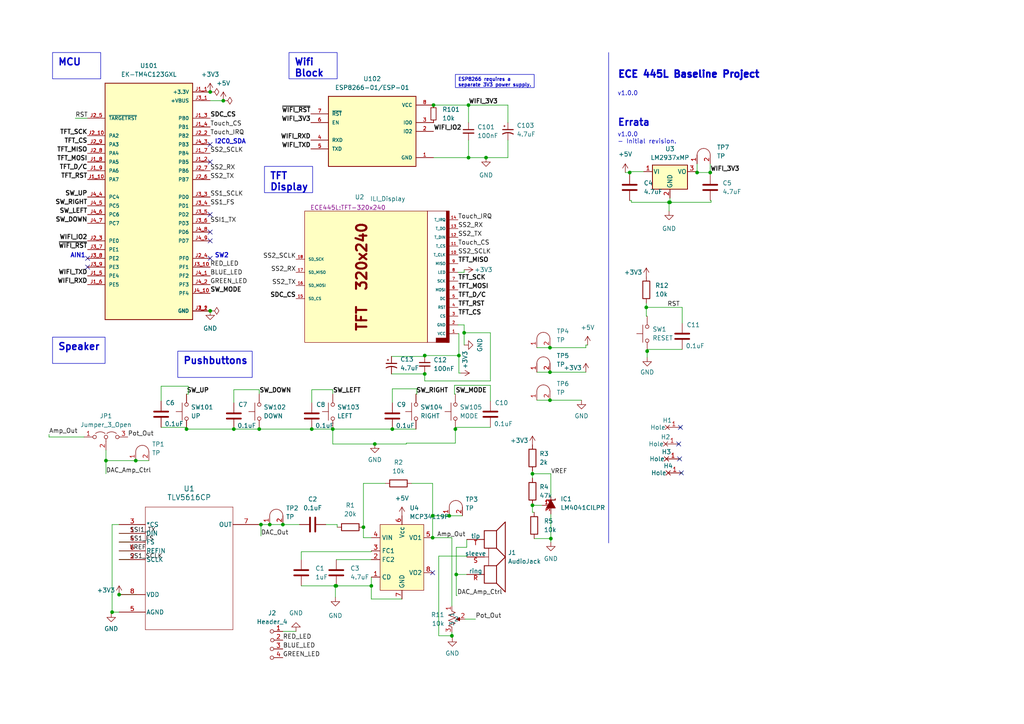
<source format=kicad_sch>
(kicad_sch (version 20230121) (generator eeschema)
  (paper "A4")
  (title_block (title "ECE 445L Baseline Project") (date "2023-12-11") (rev "v1.0.0") (company "The University of Texas at Austin"))
  (lib_symbols
    (symbol "Device:C" (pin_numbers hide) (pin_names (offset 0.254))
      (property "Reference" "C" (at 0.635 2.54 0))
      (property "Value" "C" (at 0.635 -2.54 0))
      (symbol "C_0_1"
        (polyline (pts (xy -2.032 -0.762) (xy 2.032 -0.762)) (stroke (width 0.508)))
        (polyline (pts (xy -2.032 0.762) (xy 2.032 0.762)) (stroke (width 0.508)))
      )
      (symbol "C_1_1"
        (pin passive line (at 0 3.81 270) (length 2.794) (name "~") (number "1"))
        (pin passive line (at 0 -3.81 90) (length 2.794) (name "~") (number "2"))
      )
    )
    (symbol "Device:C_Polarized_Small_US" (pin_numbers hide) (pin_names (offset 0.254) hide)
      (property "Reference" "C" (at 0.254 1.778 0))
      (property "Value" "C_Polarized_Small_US" (at 0.254 -2.032 0))
      (symbol "C_Polarized_Small_US_0_1"
        (polyline (pts (xy -1.524 0.508) (xy 1.524 0.508)) (stroke (width 0.3048)))
        (polyline (pts (xy -1.27 1.524) (xy -0.762 1.524)))
        (polyline (pts (xy -1.016 1.27) (xy -1.016 1.778)))
        (arc (start 1.524 -0.762) (mid 0 -0.3734) (end -1.524 -0.762) (stroke (width 0.3048)))
      )
      (symbol "C_Polarized_Small_US_1_1"
        (pin passive line (at 0 2.54 270) (length 2.032) (name "~") (number "1"))
        (pin passive line (at 0 -2.54 90) (length 2.032) (name "~") (number "2"))
      )
    )
    (symbol "Device:C_Small" (pin_numbers hide) (pin_names (offset 0.254) hide)
      (property "Reference" "C" (at 0.254 1.778 0))
      (property "Value" "C_Small" (at 0.254 -2.032 0))
      (symbol "C_Small_0_1"
        (polyline (pts (xy -1.524 -0.508) (xy 1.524 -0.508)) (stroke (width 0.3302)))
        (polyline (pts (xy -1.524 0.508) (xy 1.524 0.508)) (stroke (width 0.3048)))
      )
      (symbol "C_Small_1_1"
        (pin passive line (at 0 2.54 270) (length 2.032) (name "~") (number "1"))
        (pin passive line (at 0 -2.54 90) (length 2.032) (name "~") (number "2"))
      )
    )
    (symbol "Device:R" (pin_numbers hide) (pin_names (offset 0))
      (property "Reference" "R" (at 2.032 0 90))
      (property "Value" "R" (at 0 0 90))
      (symbol "R_0_1"
        (rectangle (start -1.016 -2.54) (end 1.016 2.54) (stroke (width 0.254)))
      )
      (symbol "R_1_1"
        (pin passive line (at 0 3.81 270) (length 1.27) (name "~") (number "1"))
        (pin passive line (at 0 -3.81 90) (length 1.27) (name "~") (number "2"))
      )
    )
    (symbol "Device:R_Small" (pin_numbers hide) (pin_names (offset 0.254) hide)
      (property "Reference" "R" (at 0.762 0.508 0))
      (property "Value" "R_Small" (at 0.762 -1.016 0))
      (symbol "R_Small_0_1"
        (rectangle (start -0.762 1.778) (end 0.762 -1.778) (stroke (width 0.2032)))
      )
      (symbol "R_Small_1_1"
        (pin passive line (at 0 2.54 270) (length 0.762) (name "~") (number "1"))
        (pin passive line (at 0 -2.54 90) (length 0.762) (name "~") (number "2"))
      )
    )
    (symbol "ECE445L:C" (pin_numbers hide) (pin_names (offset 0.254))
      (property "Reference" "C" (at 0.635 2.54 0))
      (property "Value" "C" (at 0.635 -2.54 0))
      (symbol "C_0_1"
        (polyline (pts (xy -2.032 -0.762) (xy 2.032 -0.762)) (stroke (width 0.508)))
        (polyline (pts (xy -2.032 0.762) (xy 2.032 0.762)) (stroke (width 0.508)))
      )
      (symbol "C_1_1"
        (pin passive line (at 0 3.81 270) (length 2.794) (name "~") (number "1"))
        (pin passive line (at 0 -3.81 90) (length 2.794) (name "~") (number "2"))
      )
    )
    (symbol "ECE445L:Header_4" (pin_names (offset 0) hide)
      (property "Reference" "J" (at 0 2.794 0))
      (property "Value" "Header_4" (at 0 -8.89 0))
      (symbol "Header_4_0_0"
        (circle (center 1.905 2.54) (radius 0.508))
      )
      (symbol "Header_4_1_0"
        (circle (center 1.905 -5.08) (radius 0.508))
        (circle (center 1.905 -2.54) (radius 0.508))
        (circle (center 2.032 0) (radius 0.508))
      )
      (symbol "Header_4_1_1"
        (pin passive line (at 5.08 2.54 180) (length 2.54) (name "A") (number "1"))
        (pin passive line (at 5.08 0 180) (length 2.54) (name "B") (number "2"))
        (pin passive line (at 5.08 -2.54 180) (length 2.54) (name "C") (number "3"))
        (pin passive line (at 5.08 -5.08 180) (length 2.54) (name "C") (number "4"))
      )
    )
    (symbol "ECE445L:HeadphoneJack" (pin_names (offset 0))
      (property "Reference" "J" (at 1.27 5.715 0))
      (property "Value" "AudioJack" (at 1.27 3.81 0))
      (symbol "HeadphoneJack_0_0"
        (rectangle (start -2.54 -8.89) (end 1.016 -13.97) (stroke (width 0.254)))
        (rectangle (start -2.54 1.27) (end 1.016 -3.81) (stroke (width 0.254)))
        (polyline (pts (xy 1.016 -8.89) (xy 3.556 -6.35) (xy 3.556 -16.51) (xy 1.016 -13.97)) (stroke (width 0.254)))
        (polyline (pts (xy 1.016 1.27) (xy 3.556 3.81) (xy 3.556 -6.35) (xy 1.016 -3.81)) (stroke (width 0.254)))
      )
      (symbol "HeadphoneJack_0_1"
        (polyline (pts (xy -2.54 -6.35) (xy -1.27 -6.35) (xy -1.27 -3.81) (xy -1.27 -8.89)))
      )
      (symbol "HeadphoneJack_1_1"
        (pin input line (at -7.62 -11.43 0) (length 5.12) (name "ring") (number "R"))
        (pin input line (at -7.62 -6.35 0) (length 5.12) (name "sleeve") (number "S"))
        (pin input line (at -7.62 -1.27 0) (length 5.12) (name "tip") (number "T"))
      )
    )
    (symbol "ECE445L:Jumper_3_Open" (pin_names (offset 0) hide)
      (property "Reference" "JP" (at -2.54 -2.54 0))
      (property "Value" "Jumper_3_Open" (at 0 2.794 0))
      (symbol "Jumper_3_Open_0_0"
        (circle (center -3.302 0) (radius 0.508))
        (circle (center 0 0) (radius 0.508))
        (circle (center 3.302 0) (radius 0.508))
      )
      (symbol "Jumper_3_Open_0_1"
        (arc (start -0.254 1.016) (mid -1.651 1.4992) (end -3.048 1.016))
        (polyline (pts (xy 0 -0.508) (xy 0 -1.27)))
        (arc (start 3.048 1.016) (mid 1.651 1.4992) (end 0.254 1.016))
      )
      (symbol "Jumper_3_Open_1_1"
        (pin passive line (at -6.35 0 0) (length 2.54) (name "A") (number "1"))
        (pin passive line (at 0 -3.81 90) (length 2.54) (name "C") (number "2"))
        (pin passive line (at 6.35 0 180) (length 2.54) (name "B") (number "3"))
      )
    )
    (symbol "ECE445L:MCP34119P"
      (property "Reference" "U" (at -5.08 7.62 0))
      (property "Value" "MCP34119P" (at -7.62 10.16 0))
      (symbol "MCP34119P_1_1"
        (rectangle (start -6.35 8.89) (end 6.35 -10.16) (fill (type background)))
        (pin input line (at -8.89 -6.35 0) (length 2.54) (name "CD") (number "1"))
        (pin input line (at -8.89 -1.27 0) (length 2.54) (name "FC2") (number "2"))
        (pin input line (at -8.89 1.27 0) (length 2.54) (name "FC1") (number "3"))
        (pin input line (at -8.89 5.08 0) (length 2.54) (name "VIN") (number "4"))
        (pin output line (at 8.89 5.08 180) (length 2.54) (name "VO1") (number "5"))
        (pin power_in line (at 0 11.43 270) (length 2.54) (name "Vcc") (number "6"))
        (pin power_in line (at 0 -12.7 90) (length 2.54) (name "GND") (number "7"))
        (pin output line (at 8.89 -5.08 180) (length 2.54) (name "VO2") (number "8"))
      )
    )
    (symbol "ECE445L:MountingHole"
      (property "Reference" "H" (at 0 0 0))
      (symbol "MountingHole_1_1"
        (pin power_in non_logic (at 0 0 180) (length 3.81) (name "Hole") (number "1"))
      )
    )
    (symbol "ECE445L:Potentiometer"
      (property "Reference" "R" (at 0 0 0))
      (property "Value" "10k" (at 0 0 0))
      (symbol "Potentiometer_0_1"
        (polyline (pts (xy 1.905 -2.286) (xy 1.905 -2.54)))
        (polyline (pts (xy 1.905 2.54) (xy 1.905 2.286)))
        (polyline (pts (xy 4.445 0) (xy 3.429 0)))
        (polyline (pts (xy 3.048 0) (xy 4.191 0.508) (xy 4.191 -0.508) (xy 3.048 0)) (fill (type outline)))
        (polyline (pts (xy 1.905 -0.762) (xy 2.921 -1.143) (xy 1.905 -1.524) (xy 0.889 -1.905) (xy 1.905 -2.286)))
        (polyline (pts (xy 1.905 0.762) (xy 2.921 0.381) (xy 1.905 0) (xy 0.889 -0.381) (xy 1.905 -0.762)))
        (polyline (pts (xy 1.905 2.286) (xy 2.921 1.905) (xy 1.905 1.524) (xy 0.889 1.143) (xy 1.905 0.762)))
      )
      (symbol "Potentiometer_1_1"
        (pin passive line (at 1.905 3.81 270) (length 1.27) (name "1") (number "1"))
        (pin passive line (at 5.715 0 180) (length 1.27) (name "2") (number "2"))
        (pin passive line (at 1.905 -3.81 90) (length 1.27) (name "3") (number "3"))
      )
    )
    (symbol "ECE445L:Testpoint" (pin_names (offset 0) hide)
      (property "Reference" "TP" (at 0 2.794 0))
      (property "Value" "TP" (at 0 -2.286 0))
      (symbol "Testpoint_0_1"
        (arc (start 0 4.445) (mid -1.347 3.887) (end -1.905 2.54))
        (arc (start 1.9051 2.5401) (mid 1.3471 3.8871) (end 0.0001 4.4451))
      )
      (symbol "Testpoint_1_1"
        (pin passive line (at -1.905 0 90) (length 2.54) (name "A") (number "1"))
        (pin passive line (at 1.905 0 90) (length 2.54) (name "B") (number "2"))
      )
    )
    (symbol "ILI9341:ILI_Display" (pin_names (offset 1.016))
      (property "Reference" "U?" (at 20.32 25.4001 0))
      (property "Value" "ILI_Display" (at 20.32 22.8601 0))
      (property "Footprint" "ECE445L:TFT-320x240" (at 20.32 20.3201 0))
      (symbol "ILI_Display_0_0"
        (text "TFT  320x240" (at 0 25.4 0) (effects (font (size 2.9972 2.9972) bold)))
      )
      (symbol "ILI_Display_0_1"
        (rectangle (start -19.05 0) (end 19.05 0.8382) (fill (type outline)))
        (rectangle (start -19.05 0) (end 19.05 6.35))
        (rectangle (start -19.05 3.81) (end -17.78 0) (fill (type outline)))
        (rectangle (start -19.05 6.35) (end 19.05 41.91) (fill (type background)))
      )
      (symbol "ILI_Display_1_1"
        (pin power_in line (at -16.51 -2.54 90) (length 2.54) (name "VCC") (number "1"))
        (pin bidirectional line (at 6.35 -2.54 90) (length 2.54) (name "T_CLK") (number "10"))
        (pin bidirectional line (at 8.89 -2.54 90) (length 2.54) (name "T_CS") (number "11"))
        (pin bidirectional line (at 11.43 -2.54 90) (length 2.54) (name "T_DIN") (number "12"))
        (pin bidirectional line (at 13.97 -2.54 90) (length 2.54) (name "T_DO") (number "13"))
        (pin bidirectional line (at 16.51 -2.54 90) (length 2.54) (name "T_IRQ") (number "14"))
        (pin bidirectional line (at -6.35 44.45 270) (length 2.54) (name "SD_CS") (number "15"))
        (pin bidirectional line (at -2.54 44.45 270) (length 2.54) (name "SD_MOSI") (number "16"))
        (pin bidirectional line (at 1.27 44.45 270) (length 2.54) (name "SD_MISO") (number "17"))
        (pin bidirectional line (at 5.08 44.45 270) (length 2.54) (name "SD_SCK") (number "18"))
        (pin power_in line (at -13.97 -2.54 90) (length 2.54) (name "GND") (number "2"))
        (pin bidirectional line (at -11.43 -2.54 90) (length 2.54) (name "CS") (number "3"))
        (pin bidirectional line (at -8.89 -2.54 90) (length 2.54) (name "RST") (number "4"))
        (pin bidirectional line (at -6.35 -2.54 90) (length 2.54) (name "DC") (number "5"))
        (pin bidirectional line (at -3.81 -2.54 90) (length 2.54) (name "MOSI") (number "6"))
        (pin bidirectional line (at -1.27 -2.54 90) (length 2.54) (name "SCK") (number "7"))
        (pin power_in line (at 1.27 -2.54 90) (length 2.54) (name "LED") (number "8"))
        (pin bidirectional line (at 3.81 -2.54 90) (length 2.54) (name "MISO") (number "9"))
      )
    )
    (symbol "Regulator_Linear:LM2937xMP" (pin_names (offset 0.254))
      (property "Reference" "U3" (at 0 6.604 0))
      (property "Value" "LM2937xMP" (at 0 4.064 0))
      (symbol "LM2937xMP_0_1"
        (rectangle (start -5.08 -5.08) (end 5.08 1.905) (stroke (width 0.254)) (fill (type background)))
      )
      (symbol "LM2937xMP_1_1"
        (pin power_in line (at -7.62 0 0) (length 2.54) (name "VI") (number "1"))
        (pin power_in line (at 0 -7.62 90) (length 2.54) (name "GND") (number "2"))
        (pin power_out line (at 7.62 0 180) (length 2.54) (name "VO") (number "3"))
      )
    )
    (symbol "Switch:SW_Push" (pin_numbers hide) (pin_names (offset 1.016) hide)
      (property "Reference" "SW" (at 1.27 2.54 0))
      (property "Value" "SW_Push" (at 0 -1.524 0))
      (symbol "SW_Push_0_1"
        (circle (center -2.032 0) (radius 0.508))
        (polyline (pts (xy 0 1.27) (xy 0 3.048)))
        (polyline (pts (xy 2.54 1.27) (xy -2.54 1.27)))
        (circle (center 2.032 0) (radius 0.508))
        (pin passive line (at -5.08 0 0) (length 2.54) (name "1") (number "1"))
        (pin passive line (at 5.08 0 180) (length 2.54) (name "2") (number "2"))
      )
    )
    (symbol "ai_thinker_ESP8266_01:ESP8266-01/ESP-01" (pin_names (offset 1.016))
      (property "Reference" "U" (at -12.7094 10.6778 0))
      (property "Value" "ESP8266-01{slash}ESP-01" (at -12.7131 -12.7131 0))
      (symbol "ESP8266-01/ESP-01_0_0"
        (rectangle (start -12.7 -10.16) (end 12.7 10.16) (stroke (width 0.254)) (fill (type background)))
        (pin power_in line (at 17.78 -7.62 180) (length 5.08) (name "GND") (number "1"))
        (pin bidirectional line (at 17.78 0 180) (length 5.08) (name "IO2") (number "2"))
        (pin bidirectional line (at 17.78 2.54 180) (length 5.08) (name "IO0") (number "3"))
        (pin input line (at -17.78 -2.54 0) (length 5.08) (name "RXD") (number "4"))
        (pin output line (at -17.78 -5.08 0) (length 5.08) (name "TXD") (number "5"))
        (pin input line (at -17.78 2.54 0) (length 5.08) (name "EN") (number "6"))
        (pin input line (at -17.78 5.08 0) (length 5.08) (name "~{RST}") (number "7"))
        (pin power_in line (at 17.78 7.62 180) (length 5.08) (name "VCC") (number "8"))
      )
    )
    (symbol "power:+3V3" (power) (pin_names (offset 0))
      (property "Value" "+3V3" (at 0 3.556 0))
      (symbol "+3V3_0_1"
        (polyline (pts (xy -0.762 1.27) (xy 0 2.54)))
        (polyline (pts (xy 0 0) (xy 0 2.54)))
        (polyline (pts (xy 0 2.54) (xy 0.762 1.27)))
      )
      (symbol "+3V3_1_1"
        (pin power_in line (at 0 0 90) (length 0) hide (name "+3V3") (number "1"))
      )
    )
    (symbol "power:+5V" (power) (pin_names (offset 0))
      (property "Value" "+5V" (at 0 3.556 0))
      (symbol "+5V_0_1"
        (polyline (pts (xy -0.762 1.27) (xy 0 2.54)))
        (polyline (pts (xy 0 0) (xy 0 2.54)))
        (polyline (pts (xy 0 2.54) (xy 0.762 1.27)))
      )
      (symbol "+5V_1_1"
        (pin power_in line (at 0 0 90) (length 0) hide (name "+5V") (number "1"))
      )
    )
    (symbol "power:GND" (power) (pin_names (offset 0))
      (property "Value" "GND" (at 0 -3.81 0))
      (symbol "GND_0_1"
        (polyline (pts (xy 0 0) (xy 0 -1.27) (xy 1.27 -1.27) (xy 0 -2.54) (xy -1.27 -1.27) (xy 0 -1.27)))
      )
      (symbol "GND_1_1"
        (pin power_in line (at 0 0 270) (length 0) hide (name "GND") (number "1"))
      )
    )
    (symbol "power:PWR_FLAG" (power) (pin_numbers hide) (pin_names (offset 0) hide)
      (property "Value" "PWR_FLAG" (at 0 3.81 0))
      (symbol "PWR_FLAG_0_0"
        (pin power_out line (at 0 0 90) (length 0) (name "pwr") (number "1"))
      )
      (symbol "PWR_FLAG_0_1"
        (polyline (pts (xy 0 0) (xy 0 1.27) (xy -1.016 1.905) (xy 0 2.54) (xy 1.016 1.905) (xy 0 1.27)))
      )
    )
    (symbol "ti_EKTM4C123GXL:EK-TM4C123GXL" (pin_names (offset 1.016))
      (property "Reference" "U?" (at -12.7367 34.3099 0))
      (property "Value" "EK-TM4C123GXL" (at -12.7129 -38.1075 0))
      (symbol "EK-TM4C123GXL_0_0"
        (rectangle (start -12.7 -35.56) (end 12.7 33.02) (stroke (width 0.254)) (fill (type background)))
        (pin power_in line (at 17.78 30.48 180) (length 5.08) (name "+3.3V") (number "J1_1"))
        (pin bidirectional line (at -17.78 5.08 0) (length 5.08) (name "PA7") (number "J1_10"))
        (pin bidirectional line (at 17.78 10.16 180) (length 5.08) (name "PB5") (number "J1_2"))
        (pin bidirectional line (at 17.78 22.86 180) (length 5.08) (name "PB0") (number "J1_3"))
        (pin bidirectional line (at 17.78 20.32 180) (length 5.08) (name "PB1") (number "J1_4"))
        (pin bidirectional line (at -17.78 -22.86 0) (length 5.08) (name "PE4") (number "J1_5"))
        (pin bidirectional line (at -17.78 -25.4 0) (length 5.08) (name "PE5") (number "J1_6"))
        (pin bidirectional line (at 17.78 12.7 180) (length 5.08) (name "PB4") (number "J1_7"))
        (pin bidirectional line (at -17.78 10.16 0) (length 5.08) (name "PA5") (number "J1_8"))
        (pin bidirectional line (at -17.78 7.62 0) (length 5.08) (name "PA6") (number "J1_9"))
        (pin power_in line (at 17.78 -33.02 180) (length 5.08) (name "GND") (number "J2_1"))
        (pin bidirectional line (at -17.78 17.78 0) (length 5.08) (name "PA2") (number "J2_10"))
        (pin bidirectional line (at 17.78 17.78 180) (length 5.08) (name "PB2") (number "J2_2"))
        (pin bidirectional line (at -17.78 -12.7 0) (length 5.08) (name "PE0") (number "J2_3"))
        (pin bidirectional line (at 17.78 -17.78 180) (length 5.08) (name "PF0") (number "J2_4"))
        (pin input line (at -17.78 22.86 0) (length 5.08) (name "~{TARGETRST}") (number "J2_5"))
        (pin bidirectional line (at 17.78 5.08 180) (length 5.08) (name "PB7") (number "J2_6"))
        (pin bidirectional line (at 17.78 7.62 180) (length 5.08) (name "PB6") (number "J2_7"))
        (pin bidirectional line (at -17.78 12.7 0) (length 5.08) (name "PA4") (number "J2_8"))
        (pin bidirectional line (at -17.78 15.24 0) (length 5.08) (name "PA3") (number "J2_9"))
        (pin power_in line (at 17.78 27.94 180) (length 5.08) (name "+VBUS") (number "J3_1"))
        (pin bidirectional line (at 17.78 -20.32 180) (length 5.08) (name "PF1") (number "J3_10"))
        (pin power_in line (at 17.78 -33.02 180) (length 5.08) (name "GND") (number "J3_2"))
        (pin bidirectional line (at 17.78 0 180) (length 5.08) (name "PD0") (number "J3_3"))
        (pin bidirectional line (at 17.78 -2.54 180) (length 5.08) (name "PD1") (number "J3_4"))
        (pin bidirectional line (at 17.78 -5.08 180) (length 5.08) (name "PD2") (number "J3_5"))
        (pin bidirectional line (at 17.78 -7.62 180) (length 5.08) (name "PD3") (number "J3_6"))
        (pin bidirectional line (at -17.78 -15.24 0) (length 5.08) (name "PE1") (number "J3_7"))
        (pin bidirectional line (at -17.78 -17.78 0) (length 5.08) (name "PE2") (number "J3_8"))
        (pin bidirectional line (at -17.78 -20.32 0) (length 5.08) (name "PE3") (number "J3_9"))
        (pin bidirectional line (at 17.78 -22.86 180) (length 5.08) (name "PF2") (number "J4_1"))
        (pin bidirectional line (at 17.78 -27.94 180) (length 5.08) (name "PF4") (number "J4_10"))
        (pin bidirectional line (at 17.78 -25.4 180) (length 5.08) (name "PF3") (number "J4_2"))
        (pin bidirectional line (at 17.78 15.24 180) (length 5.08) (name "PB3") (number "J4_3"))
        (pin bidirectional line (at -17.78 0 0) (length 5.08) (name "PC4") (number "J4_4"))
        (pin bidirectional line (at -17.78 -2.54 0) (length 5.08) (name "PC5") (number "J4_5"))
        (pin bidirectional line (at -17.78 -5.08 0) (length 5.08) (name "PC6") (number "J4_6"))
        (pin bidirectional line (at -17.78 -7.62 0) (length 5.08) (name "PC7") (number "J4_7"))
        (pin bidirectional line (at 17.78 -10.16 180) (length 5.08) (name "PD6") (number "J4_8"))
        (pin bidirectional line (at 17.78 -12.7 180) (length 5.08) (name "PD7") (number "J4_9"))
      )
    )
    (symbol "ti_LM4041CILPR:LM4041CILPR" (pin_names (offset 1.016))
      (property "Reference" "IC" (at 2.7965 1.9067 0))
      (property "Value" "LM4041CILPR" (at 2.796 -0.8896 0))
      (symbol "LM4041CILPR_0_0"
        (polyline (pts (xy -1.27 1.524) (xy -1.27 1.143)) (stroke (width 0.254)))
        (polyline (pts (xy 0 1.524) (xy -1.27 1.524)) (stroke (width 0.254)))
        (polyline (pts (xy 1.27 1.524) (xy 0 1.524)) (stroke (width 0.254)))
        (polyline (pts (xy 1.27 1.905) (xy 1.27 1.524)) (stroke (width 0.254)))
        (polyline (pts (xy 0 1.524) (xy -1.27 -0.762) (xy 1.27 -0.762) (xy 0 1.524)) (stroke (width 0.254)) (fill (type outline)))
        (pin passive line (at -2.54 0 0) (length 2.54) (name "~") (number "1"))
        (pin passive line (at 0 2.54 270) (length 2.54) (name "~") (number "2"))
        (pin passive line (at 0 -2.54 90) (length 2.54) (name "~") (number "3"))
      )
    )
    (symbol "ti_TLV5616CP:TLV5616CP" (pin_names (offset 0.254))
      (property "Reference" "U1" (at 20.32 10.414 0))
      (property "Value" "TLV5616CP" (at 20.32 7.874 0))
      (symbol "TLV5616CP_1_1"
        (polyline (pts (xy 7.62 -30.48) (xy 33.02 -30.48)) (stroke (width 0.127)))
        (polyline (pts (xy 7.62 5.08) (xy 7.62 -30.48)) (stroke (width 0.127)))
        (polyline (pts (xy 33.02 -30.48) (xy 33.02 5.08)) (stroke (width 0.127)))
        (polyline (pts (xy 33.02 5.08) (xy 7.62 5.08)) (stroke (width 0.127)))
        (pin input line (at 0 -2.54 0) (length 7.62) (name "DIN") (number "1"))
        (pin input line (at 0 -10.16 0) (length 7.62) (name "SCLK") (number "2"))
        (pin input line (at 0 0 0) (length 7.62) (name "*CS") (number "3"))
        (pin input line (at 0 -5.08 0) (length 7.62) (name "FS") (number "4"))
        (pin power_in line (at 0 -25.4 0) (length 7.62) (name "AGND") (number "5"))
        (pin input line (at 0 -7.62 0) (length 7.62) (name "REFIN") (number "6"))
        (pin output line (at 40.64 0 180) (length 7.62) (name "OUT") (number "7"))
        (pin power_in line (at 0 -20.32 0) (length 7.62) (name "VDD") (number "8"))
      )
    )
  )
  (junction (at 60.96 26.67))
  (junction (at 96.52 124.46))
  (junction (at 187.452 89.154))
  (junction (at 105.41 152.908))
  (junction (at 39.37 133.604))
  (junction (at 159.766 156.21))
  (junction (at 125.476 155.956))
  (junction (at 78.232 152.146))
  (junction (at 159.512 116.078))
  (junction (at 135.89 30.48))
  (junction (at 97.536 169.926))
  (junction (at 130.302 149.606))
  (junction (at 194.056 58.674))
  (junction (at 154.432 146.558))
  (junction (at 54.102 124.46))
  (junction (at 133.096 103.124))
  (junction (at 32.512 177.546))
  (junction (at 123.19 103.124))
  (junction (at 34.544 172.466))
  (junction (at 75.692 152.146))
  (junction (at 108.712 128.778))
  (junction (at 107.696 169.926))
  (junction (at 205.994 50.038))
  (junction (at 135.89 45.72))
  (junction (at 97.282 169.926))
  (junction (at 30.734 133.604))
  (junction (at 67.818 124.46))
  (junction (at 125.476 149.606))
  (junction (at 202.184 50.038))
  (junction (at 60.96 90.17))
  (junction (at 187.706 101.854))
  (junction (at 159.512 107.95))
  (junction (at 125.73 30.48))
  (junction (at 113.792 124.46))
  (junction (at 132.08 124.46))
  (junction (at 123.19 108.458))
  (junction (at 182.626 50.038))
  (junction (at 90.424 124.46))
  (junction (at 140.97 45.72))
  (junction (at 194.31 58.674))
  (junction (at 132.334 166.624))
  (junction (at 75.184 124.46))
  (junction (at 134.62 96.52))
  (junction (at 154.432 137.414))
  (junction (at 64.77 29.21))
  (junction (at 159.512 100.838))
  (junction (at 82.042 152.146))
  (junction (at 131.064 184.404))
  (no_connect (at 25.4 77.47))
  (no_connect (at 25.4 74.93))
  (no_connect (at 60.96 46.99))
  (no_connect (at 60.96 41.91))
  (no_connect (at 60.96 74.93))
  (no_connect (at 196.85 128.778))
  (no_connect (at 197.104 133.096))
  (no_connect (at 60.96 62.23))
  (no_connect (at 60.96 69.85))
  (no_connect (at 197.612 137.16))
  (no_connect (at 60.96 67.31))
  (no_connect (at 125.476 166.116))
  (no_connect (at 197.358 123.952))
  (wire (pts (xy 125.73 30.48) (xy 135.89 30.48)))
  (wire (pts (xy 105.41 140.208) (xy 111.76 140.208)))
  (wire (pts (xy 90.424 116.84) (xy 90.424 113.03)))
  (wire (pts (xy 142.24 116.332) (xy 142.24 111.76)))
  (wire (pts (xy 187.452 87.884) (xy 187.452 89.154)))
  (wire (pts (xy 130.302 149.606) (xy 134.112 149.606)))
  (wire (pts (xy 131.064 184.912) (xy 131.191 184.912)))
  (wire (pts (xy 123.19 103.124) (xy 133.096 103.124)))
  (wire (pts (xy 113.538 103.378) (xy 123.19 103.378)))
  (wire (pts (xy 182.626 49.784) (xy 186.69 49.784)))
  (wire (pts (xy 147.32 35.56) (xy 147.32 30.48)))
  (wire (pts (xy 125.476 155.956) (xy 131.064 155.956)))
  (wire (pts (xy 54.61 112.014) (xy 54.61 114.3)))
  (wire (pts (xy 131.826 111.76) (xy 131.826 114.3)))
  (wire (pts (xy 94.488 152.146) (xy 97.79 152.146)))
  (wire (pts (xy 135.89 40.64) (xy 135.89 45.72)))
  (wire (pts (xy 131.826 114.3) (xy 132.08 114.3)))
  (wire (pts (xy 107.696 167.386) (xy 107.696 169.926)))
  (wire (pts (xy 37.592 154.686) (xy 34.544 154.686)))
  (wire (pts (xy 133.604 108.204) (xy 133.096 108.204)))
  (wire (pts (xy 120.904 112.776) (xy 120.904 114.3)))
  (wire (pts (xy 87.376 160.02) (xy 107.696 160.02)))
  (wire (pts (xy 67.818 113.03) (xy 75.184 113.03)))
  (wire (pts (xy 87.376 162.306) (xy 87.376 160.02)))
  (wire (pts (xy 194.056 58.674) (xy 194.056 61.214)))
  (wire (pts (xy 46.736 123.952) (xy 54.102 123.952)))
  (wire (pts (xy 132.334 166.624) (xy 132.334 172.72)))
  (wire (pts (xy 131.064 184.404) (xy 131.064 184.912)))
  (wire (pts (xy 54.102 124.46) (xy 67.818 124.46)))
  (wire (pts (xy 134.62 96.52) (xy 134.62 94.234)))
  (wire (pts (xy 46.736 116.332) (xy 46.736 112.014)))
  (wire (pts (xy 194.31 57.404) (xy 194.31 58.674)))
  (wire (pts (xy 132.08 128.524) (xy 117.856 128.524)))
  (wire (pts (xy 140.97 45.72) (xy 147.32 45.72)))
  (wire (pts (xy 24.384 126.746) (xy 14.224 126.746)))
  (wire (pts (xy 107.696 160.02) (xy 107.696 159.766)))
  (wire (pts (xy 133.096 103.124) (xy 133.096 96.774)))
  (wire (pts (xy 37.592 157.226) (xy 34.544 157.226)))
  (wire (pts (xy 154.432 136.652) (xy 154.432 137.414)))
  (wire (pts (xy 183.134 58.166) (xy 183.134 58.674)))
  (wire (pts (xy 132.334 172.72) (xy 132.588 172.72)))
  (wire (pts (xy 132.334 158.75) (xy 132.334 166.624)))
  (wire (pts (xy 32.512 177.546) (xy 32.512 177.8)))
  (wire (pts (xy 90.424 124.46) (xy 96.52 124.46)))
  (wire (pts (xy 154.432 137.414) (xy 159.766 137.414)))
  (wire (pts (xy 135.89 30.48) (xy 135.89 35.56)))
  (wire (pts (xy 159.512 116.078) (xy 168.656 116.078)))
  (wire (pts (xy 32.512 152.146) (xy 32.512 177.546)))
  (wire (pts (xy 202.184 50.038) (xy 205.994 50.038)))
  (wire (pts (xy 154.432 148.59) (xy 154.94 148.59)))
  (wire (pts (xy 14.224 126.746) (xy 14.224 125.984)))
  (wire (pts (xy 97.79 152.146) (xy 97.79 152.908)))
  (wire (pts (xy 187.452 89.154) (xy 187.452 91.694)))
  (wire (pts (xy 159.512 107.95) (xy 169.926 107.95)))
  (wire (pts (xy 82.042 152.146) (xy 86.868 152.146)))
  (wire (pts (xy 96.52 124.46) (xy 96.52 128.778)))
  (wire (pts (xy 108.712 128.778) (xy 117.856 128.778)))
  (wire (pts (xy 169.926 100.076) (xy 170.434 100.076)))
  (wire (pts (xy 30.734 137.414) (xy 30.734 133.604)))
  (wire (pts (xy 131.064 155.956) (xy 131.064 175.768)))
  (wire (pts (xy 135.89 45.72) (xy 140.97 45.72)))
  (wire (pts (xy 30.734 133.604) (xy 39.37 133.604)))
  (wire (pts (xy 194.31 58.674) (xy 206.248 58.674)))
  (wire (pts (xy 134.62 96.52) (xy 142.24 96.52)))
  (wire (pts (xy 90.424 113.03) (xy 96.52 113.03)))
  (wire (pts (xy 154.432 146.304) (xy 154.432 146.558)))
  (wire (pts (xy 97.282 169.926) (xy 97.282 173.228)))
  (wire (pts (xy 78.232 152.146) (xy 82.042 152.146)))
  (wire (pts (xy 32.512 152.146) (xy 34.544 152.146)))
  (wire (pts (xy 155.702 107.95) (xy 159.512 107.95)))
  (wire (pts (xy 67.818 124.46) (xy 75.184 124.46)))
  (wire (pts (xy 97.536 162.306) (xy 107.696 162.306)))
  (wire (pts (xy 127.254 161.29) (xy 127.254 184.404)))
  (wire (pts (xy 181.356 50.038) (xy 182.626 50.038)))
  (wire (pts (xy 75.184 124.46) (xy 90.424 124.46)))
  (wire (pts (xy 205.994 50.038) (xy 205.994 50.546)))
  (wire (pts (xy 119.38 140.208) (xy 125.476 140.208)))
  (wire (pts (xy 97.282 169.926) (xy 97.536 169.926)))
  (wire (pts (xy 107.696 173.736) (xy 107.696 169.926)))
  (wire (pts (xy 75.692 155.448) (xy 75.692 152.146)))
  (wire (pts (xy 127.254 184.404) (xy 131.064 184.404)))
  (wire (pts (xy 169.926 100.838) (xy 159.512 100.838)))
  (wire (pts (xy 60.96 29.21) (xy 64.77 29.21)))
  (wire (pts (xy 135.382 161.29) (xy 135.382 161.544)))
  (wire (pts (xy 133.096 96.774) (xy 132.842 96.774)))
  (wire (pts (xy 197.866 89.154) (xy 187.452 89.154)))
  (wire (pts (xy 197.866 93.726) (xy 197.866 89.154)))
  (polyline (pts (xy 176.53 15.24) (xy 176.53 157.48)))
  (wire (pts (xy 132.08 123.952) (xy 132.08 124.46)))
  (wire (pts (xy 159.766 137.414) (xy 159.766 144.018)))
  (wire (pts (xy 37.592 159.766) (xy 34.544 159.766)))
  (wire (pts (xy 113.792 112.776) (xy 113.792 116.84)))
  (wire (pts (xy 30.734 133.604) (xy 30.734 130.556)))
  (wire (pts (xy 96.52 128.778) (xy 108.712 128.778)))
  (wire (pts (xy 201.93 49.784) (xy 201.93 50.038)))
  (wire (pts (xy 135.382 158.75) (xy 135.382 156.464)))
  (wire (pts (xy 194.31 58.674) (xy 194.056 58.674)))
  (wire (pts (xy 183.134 58.674) (xy 194.056 58.674)))
  (wire (pts (xy 159.766 156.21) (xy 159.766 149.098)))
  (wire (pts (xy 105.41 152.908) (xy 105.41 155.956)))
  (wire (pts (xy 159.512 100.838) (xy 155.702 100.838)))
  (wire (pts (xy 75.692 152.146) (xy 78.232 152.146)))
  (wire (pts (xy 37.592 162.306) (xy 34.544 162.306)))
  (wire (pts (xy 97.536 169.926) (xy 107.696 169.926)))
  (wire (pts (xy 169.926 100.076) (xy 169.926 100.838)))
  (wire (pts (xy 85.852 183.134) (xy 82.042 183.134)))
  (wire (pts (xy 205.994 58.166) (xy 206.248 58.166)))
  (wire (pts (xy 134.62 94.234) (xy 132.842 94.234)))
  (wire (pts (xy 123.19 103.378) (xy 123.19 103.124)))
  (wire (pts (xy 182.626 58.166) (xy 183.134 58.166)))
  (wire (pts (xy 117.856 128.524) (xy 117.856 128.778)))
  (wire (pts (xy 116.586 173.736) (xy 107.696 173.736)))
  (wire (pts (xy 54.102 123.952) (xy 54.102 124.46)))
  (wire (pts (xy 39.37 133.604) (xy 43.18 133.604)))
  (wire (pts (xy 125.476 149.606) (xy 130.302 149.606)))
  (wire (pts (xy 154.432 137.414) (xy 154.432 138.684)))
  (wire (pts (xy 197.866 101.346) (xy 187.706 101.346)))
  (wire (pts (xy 187.706 101.346) (xy 187.706 101.854)))
  (wire (pts (xy 125.476 149.606) (xy 125.476 155.956)))
  (wire (pts (xy 205.994 47.498) (xy 205.994 50.038)))
  (wire (pts (xy 87.376 169.926) (xy 97.282 169.926)))
  (wire (pts (xy 113.792 124.46) (xy 120.65 124.46)))
  (wire (pts (xy 75.184 113.03) (xy 75.184 114.3)))
  (wire (pts (xy 32.258 177.8) (xy 32.512 177.8)))
  (wire (pts (xy 201.93 50.038) (xy 202.184 50.038)))
  (wire (pts (xy 120.904 114.3) (xy 120.65 114.3)))
  (wire (pts (xy 206.248 58.166) (xy 206.248 58.674)))
  (wire (pts (xy 182.626 49.784) (xy 182.626 50.038)))
  (wire (pts (xy 105.41 152.908) (xy 105.41 140.208)))
  (wire (pts (xy 134.62 100.076) (xy 134.62 96.52)))
  (wire (pts (xy 142.24 96.52) (xy 142.24 110.49)))
  (wire (pts (xy 159.766 157.226) (xy 159.766 156.21)))
  (wire (pts (xy 21.844 34.29) (xy 25.4 34.29)))
  (wire (pts (xy 123.19 110.49) (xy 123.19 108.458)))
  (wire (pts (xy 134.62 78.232) (xy 134.62 78.994)))
  (wire (pts (xy 96.52 113.03) (xy 96.52 114.3)))
  (wire (pts (xy 34.544 177.546) (xy 32.512 177.546)))
  (wire (pts (xy 154.432 146.558) (xy 157.226 146.558)))
  (wire (pts (xy 113.792 112.776) (xy 120.904 112.776)))
  (wire (pts (xy 182.626 50.038) (xy 182.626 50.546)))
  (wire (pts (xy 96.52 124.46) (xy 113.792 124.46)))
  (wire (pts (xy 202.184 47.498) (xy 202.184 50.038)))
  (wire (pts (xy 142.24 123.952) (xy 132.08 123.952)))
  (wire (pts (xy 154.94 156.21) (xy 159.766 156.21)))
  (wire (pts (xy 67.818 116.84) (xy 67.818 113.03)))
  (wire (pts (xy 135.89 30.48) (xy 147.32 30.48)))
  (wire (pts (xy 75.184 152.146) (xy 75.692 152.146)))
  (wire (pts (xy 155.702 116.078) (xy 159.512 116.078)))
  (wire (pts (xy 187.706 101.854) (xy 187.706 103.632)))
  (wire (pts (xy 147.32 40.64) (xy 147.32 45.72)))
  (wire (pts (xy 105.41 155.956) (xy 107.696 155.956)))
  (wire (pts (xy 39.624 172.466) (xy 34.544 172.466)))
  (wire (pts (xy 142.24 110.49) (xy 123.19 110.49)))
  (wire (pts (xy 113.538 108.458) (xy 123.19 108.458)))
  (wire (pts (xy 134.874 179.578) (xy 137.922 179.578)))
  (wire (pts (xy 125.476 140.208) (xy 125.476 149.606)))
  (wire (pts (xy 135.382 161.29) (xy 127.254 161.29)))
  (wire (pts (xy 134.62 78.994) (xy 132.842 78.994)))
  (wire (pts (xy 154.432 146.558) (xy 154.432 148.59)))
  (wire (pts (xy 132.08 124.46) (xy 132.08 128.524)))
  (wire (pts (xy 123.19 108.458) (xy 123.19 108.204)))
  (wire (pts (xy 132.334 166.624) (xy 135.382 166.624)))
  (wire (pts (xy 132.334 158.75) (xy 135.382 158.75)))
  (wire (pts (xy 46.736 112.014) (xy 54.61 112.014)))
  (wire (pts (xy 125.73 45.72) (xy 135.89 45.72)))
  (wire (pts (xy 54.61 114.3) (xy 54.102 114.3)))
  (wire (pts (xy 131.064 183.388) (xy 131.064 184.404)))
  (wire (pts (xy 187.452 91.694) (xy 187.706 91.694)))
  (wire (pts (xy 142.24 111.76) (xy 131.826 111.76)))
  (wire (pts (xy 133.096 108.204) (xy 133.096 103.124)))
  (text_box "MCU" (at 15.24 15.24 0) (size 13.97 7.62) (effects (font (size 2 2) (thickness 0.4) bold) (justify left top)))
  (text_box "ESP8266 requires a separate 3V3 power supply." (at 132.08 21.59 0) (size 22.86 3.81) (effects (font (size 1 1) bold) (justify left top)))
  (text_box "Speaker" (at 15.24 97.79 0) (size 15.24 7.62) (effects (font (size 2 2) (thickness 0.4) bold) (justify left top)))
  (text_box "Pushbuttons" (at 51.562 101.854 0) (size 21.59 7.62) (effects (font (size 2 2) (thickness 0.4) bold) (justify left top)))
  (text_box "TFT Display" (at 76.708 48.26 0) (size 13.97 7.62) (effects (font (size 2 2) (thickness 0.4) bold) (justify left top)))
  (text_box "Wifi Block" (at 83.82 15.24 0) (size 13.97 7.62) (effects (font (size 2 2) (thickness 0.4) bold) (justify left top)))
  (text "v1.0.0\n- Initial revision." (at 179.07 41.91 0) (effects (font (size 1.27 1.27)) (justify left bottom)))
  (text "AIN1" (at 20.32 74.93 0) (effects (font (size 1.27 1.27) bold) (justify left bottom)))
  (text "ECE 445L Baseline Project" (at 179.07 22.86 0) (effects (font (size 2 2) (thickness 0.6) bold) (justify left bottom)))
  (text "v1.0.0" (at 179.07 27.94 0) (effects (font (size 1.27 1.27)) (justify left bottom)))
  (text "Errata" (at 179.07 36.83 0) (effects (font (size 2 2) (thickness 0.4) bold) (justify left bottom)))
  (text "I2C0_SDA" (at 62.23 41.91 0) (effects (font (size 1.27 1.27) bold) (justify left bottom)))
  (text "SW2" (at 62.23 74.93 0) (effects (font (size 1.27 1.27) bold) (justify left bottom)))
  (label "~{WIFI_RST}" (at 90.17 33.02 180) (effects (font bold)))
  (label "DAC_Amp_Ctrl" (at 30.734 137.414 0))
  (label "VREF" (at 37.592 159.766 0))
  (label "SDC_CS" (at 60.96 34.29 0) (effects (font bold)))
  (label "Amp_Out" (at 126.746 155.956 0))
  (label "TFT_SCK" (at 25.4 39.37 180) (effects (font bold)))
  (label "SS1_FS" (at 60.96 59.69 0))
  (label "SS1_SCLK" (at 60.96 57.15 0))
  (label "TFT_CS" (at 132.842 91.694 0) (effects (font bold)))
  (label "RST" (at 193.548 89.154 0))
  (label "RST" (at 21.844 34.29 0))
  (label "SW_RIGHT" (at 25.4 59.69 180) (effects (font bold)))
  (label "SS2_SCLK" (at 132.842 73.914 0))
  (label "SW_MODE" (at 60.96 85.09 0) (effects (font bold)))
  (label "SDC_CS" (at 85.852 86.614 180) (effects (font bold)))
  (label "GREEN_LED" (at 60.96 82.55 0))
  (label "SW_LEFT" (at 25.4 62.23 180) (effects (font bold)))
  (label "SS2_RX" (at 85.852 78.994 180))
  (label "SSI1_TX" (at 60.96 64.77 0))
  (label "Touch_CS" (at 132.842 71.374 0))
  (label "RED_LED" (at 60.96 77.47 0))
  (label "DAC_Amp_Ctrl" (at 132.588 172.72 0))
  (label "Touch_CS" (at 60.96 36.83 0))
  (label "WIFI_IO2" (at 25.4 69.85 180) (effects (font bold)))
  (label "SW_MODE" (at 132.08 114.3 0) (effects (font bold)))
  (label "TFT_MISO" (at 132.842 76.454 0) (effects (font bold)))
  (label "VREF" (at 159.766 137.668 0))
  (label "Touch_IRQ" (at 132.842 63.754 0))
  (label "SS2_TX" (at 132.842 68.834 0))
  (label "SW_RIGHT" (at 120.65 114.3 0) (effects (font bold)))
  (label "WIFI_RXD" (at 25.4 82.55 180) (effects (font bold)))
  (label "TFT_SCK" (at 132.842 81.534 0) (effects (font bold)))
  (label "TFT_MOSI" (at 132.842 84.074 0) (effects (font bold)))
  (label "Pot_Out" (at 137.922 179.578 0))
  (label "WIFI_TXD" (at 25.4 80.01 180) (effects (font bold)))
  (label "~{WIFI_RST}" (at 25.4 72.39 180) (effects (font bold)))
  (label "SS2_RX" (at 132.842 66.294 0))
  (label "WIFI_RXD" (at 90.17 40.64 180) (effects (font bold)))
  (label "SS2_SCLK" (at 85.852 75.184 180))
  (label "TFT_D{slash}C" (at 25.4 49.53 180) (effects (font bold)))
  (label "SS2_TX" (at 60.96 52.07 0))
  (label "WIFI_3V3" (at 135.89 30.48 0) (effects (font bold)))
  (label "DAC_Out" (at 75.692 155.448 0))
  (label "RED_LED" (at 82.042 185.674 0))
  (label "TFT_RST" (at 132.842 89.154 0) (effects (font bold)))
  (label "Pot_Out" (at 37.084 126.746 0))
  (label "WIFI_3V3" (at 90.17 35.56 180) (effects (font bold)))
  (label "SW_LEFT" (at 96.52 114.3 0) (effects (font bold)))
  (label "SS1_SCLK" (at 37.592 162.306 0))
  (label "TFT_MOSI" (at 25.4 46.99 180) (effects (font bold)))
  (label "SW_DOWN" (at 75.184 114.3 0) (effects (font bold)))
  (label "SS1_FS" (at 37.592 157.226 0))
  (label "WIFI_TXD" (at 90.17 43.18 180) (effects (font bold)))
  (label "WIFI_3V3" (at 205.994 50.038 0) (effects (font bold)))
  (label "WIFI_IO2" (at 125.73 38.1 0) (effects (font bold)))
  (label "TFT_MISO" (at 25.4 44.45 180) (effects (font bold)))
  (label "SS2_RX" (at 60.96 49.53 0))
  (label "Amp_Out" (at 14.224 125.984 0))
  (label "SW_DOWN" (at 25.4 64.77 180) (effects (font bold)))
  (label "TFT_RST" (at 25.4 52.07 180) (effects (font bold)))
  (label "TFT_D{slash}C" (at 132.842 86.614 0) (effects (font bold)))
  (label "GREEN_LED" (at 82.042 190.754 0))
  (label "SS2_TX" (at 85.852 82.804 180))
  (label "SW_UP" (at 54.102 114.3 0) (effects (font bold)))
  (label "Touch_IRQ" (at 60.96 39.37 0))
  (label "BLUE_LED" (at 60.96 80.01 0))
  (label "BLUE_LED" (at 82.042 188.214 0))
  (label "SW_UP" (at 25.4 57.15 180) (effects (font bold)))
  (label "SS2_SCLK" (at 60.96 44.45 0))
  (label "SSI1_TX" (at 37.592 154.686 0))
  (label "TFT_CS" (at 25.4 41.91 180) (effects (font bold)))
  (symbol (lib_id "power:GND") (at 85.852 183.134 180) (unit 1)
    (property "Reference" "#PWR016" (effects hide))
    (property "Value" "GND" (at 85.852 177.8 0))
  )
  (symbol (lib_id "power:PWR_FLAG") (at 60.96 90.17 270) (unit 1)
    (property "Reference" "#FLG0102" (effects hide))
    (property "Value" "PWR_FLAG" (effects hide))
  )
  (symbol (lib_id "ECE445L:MountingHole") (at 197.612 137.16 0) (unit 1)
    (property "Reference" "H4" (at 193.802 135.128 0))
    (property "Value" "~" (at 197.612 137.16 0))
    (property "Footprint" "ECE445L:MountingHole_4_40" (effects hide))
  )
  (symbol (lib_id "ECE445L:Testpoint") (at 80.137 152.146 0) (unit 1)
    (property "Reference" "TP2" (at 82.931 147.3834 0) (effects (justify left)))
    (property "Value" "TP" (at 82.931 149.9234 0) (effects (justify left)))
    (property "Footprint" "ECE445L:Testpoint_1x02_P2.54mm" (effects hide))
  )
  (symbol (lib_id "ECE445L:C") (at 113.792 120.65 0) (unit 1)
    (property "Reference" "C9" (at 115.062 117.348 0) (effects (justify left)))
    (property "Value" "0.1uF" (at 114.808 123.444 0) (effects (justify left)))
    (property "Footprint" "ECE445L:C_Axial_200mil" (effects hide))
  )
  (symbol (lib_id "ECE445L:Testpoint") (at 204.089 47.498 0) (unit 1)
    (property "Reference" "TP7" (at 207.899 42.7354 0) (effects (justify left)))
    (property "Value" "TP" (at 207.899 45.2754 0) (effects (justify left)))
    (property "Footprint" "ECE445L:Testpoint_1x02_P2.54mm" (effects hide))
  )
  (symbol (lib_id "ECE445L:C") (at 197.866 97.536 0) (unit 1)
    (property "Reference" "C11" (at 199.136 94.234 0) (effects (justify left)))
    (property "Value" "0.1uF" (at 198.882 100.33 0) (effects (justify left)))
    (property "Footprint" "ECE445L:C_Axial_200mil" (effects hide))
  )
  (symbol (lib_id "ti_EKTM4C123GXL:EK-TM4C123GXL") (at 43.18 57.15 0) (unit 1)
    (property "Reference" "U101" (at 43.18 19.05 0))
    (property "Value" "EK-TM4C123GXL" (at 43.18 21.59 0))
    (property "Footprint" "ECE445L:ti_EKTM4C123GXL" (effects hide))
    (property "Datasheet" "https://www.ti.com/lit/ds/symlink/tm4c123gh6pm.pdf?ts=1693244962384&ref_url=https%253A%252F%252Fwww.google.com%252F" (effects hide))
    (property "Distributor" "Mouser" (effects hide))
    (property "Manufacturer" "Texas Instruments" (effects hide))
    (property "P/N" "EK-TM4C123GXL" (effects hide))
    (property "Cost" "22.60" (effects hide))
  )
  (symbol (lib_id "ECE445L:C") (at 90.424 120.65 0) (unit 1)
    (property "Reference" "C8" (at 91.694 117.348 0) (effects (justify left)))
    (property "Value" "0.1uF" (at 91.44 123.444 0) (effects (justify left)))
    (property "Footprint" "ECE445L:C_Axial_200mil" (effects hide))
  )
  (symbol (lib_id "power:+3V3") (at 34.544 172.466 0) (unit 1)
    (property "Reference" "#PWR09" (effects hide))
    (property "Value" "+3V3" (at 30.734 171.196 0))
  )
  (symbol (lib_id "power:GND") (at 134.62 100.076 90) (unit 1)
    (property "Reference" "#PWR06" (effects hide))
    (property "Value" "GND" (at 139.192 100.076 0))
  )
  (symbol (lib_id "power:PWR_FLAG") (at 64.77 29.21 270) (unit 1)
    (property "Reference" "#FLG0103" (effects hide))
    (property "Value" "PWR_FLAG" (effects hide))
  )
  (symbol (lib_id "Switch:SW_Push") (at 54.102 119.38 90) (unit 1)
    (property "Reference" "SW101" (at 55.372 118.11 90) (effects (justify right)))
    (property "Value" "UP" (at 55.372 120.65 90) (effects (justify right)))
    (property "Footprint" "Button_Switch_THT:SW_PUSH_6mm" (effects hide))
  )
  (symbol (lib_id "ECE445L:C") (at 142.24 120.142 0) (unit 1)
    (property "Reference" "C10" (at 143.51 116.84 0) (effects (justify left)))
    (property "Value" "0.1uF" (at 143.256 122.936 0) (effects (justify left)))
    (property "Footprint" "ECE445L:C_Axial_200mil" (effects hide))
  )
  (symbol (lib_id "power:+5V") (at 116.586 149.606 0) (unit 1)
    (property "Reference" "#PWR019" (effects hide))
    (property "Value" "+5V" (at 116.586 144.526 0))
  )
  (symbol (lib_id "Device:C_Polarized_Small_US") (at 147.32 38.1 0) (unit 1)
    (property "Reference" "C103" (at 149.86 36.3982 0) (effects (justify left)))
    (property "Value" "4.7uF" (at 149.86 38.9382 0) (effects (justify left)))
    (property "Footprint" "ECE445L:CP_Radial_Tantal200mil" (effects hide))
  )
  (symbol (lib_id "Device:R") (at 115.57 140.208 90) (unit 1)
    (property "Reference" "R2" (at 115.57 134.112 90))
    (property "Value" "10k" (at 115.57 136.652 90))
    (property "Footprint" "Resistor_THT:R_Axial_DIN0207_L6.3mm_D2.5mm_P10.16mm_Horizontal" (effects hide))
  )
  (symbol (lib_id "Device:C") (at 97.536 166.116 0) (unit 1)
    (property "Reference" "C3" (at 101.6 164.846 0) (effects (justify left)))
    (property "Value" "4.7uF" (at 101.6 167.386 0) (effects (justify left)))
    (property "Footprint" "ECE445L:C_Axial_200mil" (effects hide))
  )
  (symbol (lib_id "power:GND") (at 131.191 184.912 0) (unit 1)
    (property "Reference" "#PWR08" (effects hide))
    (property "Value" "GND" (at 131.191 189.484 0))
  )
  (symbol (lib_id "power:+5V") (at 64.77 29.21 0) (unit 1)
    (property "Reference" "#PWR0105" (effects hide))
    (property "Value" "+5V" (at 64.77 24.13 0))
  )
  (symbol (lib_id "ECE445L:Testpoint") (at 132.207 149.606 0) (unit 1)
    (property "Reference" "TP3" (at 135.001 144.8434 0) (effects (justify left)))
    (property "Value" "TP" (at 135.001 147.3834 0) (effects (justify left)))
    (property "Footprint" "ECE445L:Testpoint_1x02_P2.54mm" (effects hide))
  )
  (symbol (lib_id "ti_TLV5616CP:TLV5616CP") (at 34.544 152.146 0) (unit 1)
    (property "Reference" "U1" (at 54.864 141.732 0) (effects (font (size 1.524 1.524))))
    (property "Value" "TLV5616CP" (at 54.864 144.272 0) (effects (font (size 1.524 1.524))))
    (property "Footprint" "ECE445L:ul_TLV5616CP" (effects hide))
    (property "Datasheet" "TLV5616CP" (effects hide))
  )
  (symbol (lib_id "ai_thinker_ESP8266_01:ESP8266-01/ESP-01") (at 107.95 38.1 0) (unit 1)
    (property "Reference" "U102" (at 107.95 22.86 0))
    (property "Value" "ESP8266-01/ESP-01" (at 107.95 25.4 0))
    (property "Footprint" "ECE445L:ai_thinker_ESP8266_01" (effects hide))
    (property "Datasheet" "https://nurdspace.nl/ESP8266" (effects hide))
    (property "Distributor" "Mouser" (effects hide))
    (property "Manufacturer" "SparkFun" (effects hide))
    (property "P/N" "WRL-17146" (effects hide))
    (property "Cost" "7.50" (effects hide))
  )
  (symbol (lib_id "ECE445L:C") (at 67.818 120.65 0) (unit 1)
    (property "Reference" "C7" (at 69.088 117.348 0) (effects (justify left)))
    (property "Value" "0.1uF" (at 68.834 123.444 0) (effects (justify left)))
    (property "Footprint" "ECE445L:C_Axial_200mil" (effects hide))
  )
  (symbol (lib_id "power:GND") (at 187.706 103.632 0) (unit 1)
    (property "Reference" "#PWR018" (effects hide))
    (property "Value" "GND" (at 187.706 107.95 0))
  )
  (symbol (lib_id "power:GND") (at 97.282 173.228 0) (unit 1)
    (property "Reference" "#PWR03" (effects hide))
    (property "Value" "GND" (at 97.282 178.562 0))
  )
  (symbol (lib_id "power:GND") (at 168.656 116.078 0) (unit 1)
    (property "Reference" "#PWR011" (effects hide))
    (property "Value" "GND" (at 168.656 120.65 0))
  )
  (symbol (lib_id "ECE445L:Potentiometer") (at 129.159 179.578 0) (unit 1)
    (property "Reference" "R11" (at 128.905 178.308 0) (effects (justify right)))
    (property "Value" "10k" (at 128.905 180.848 0) (effects (justify right)))
    (property "Footprint" "ECE445L:Potentiometer" (effects hide))
  )
  (symbol (lib_id "Device:C_Small") (at 135.89 38.1 0) (unit 1)
    (property "Reference" "C101" (at 138.43 36.8363 0) (effects (justify left)))
    (property "Value" "100nF" (at 138.43 39.3763 0) (effects (justify left)))
    (property "Footprint" "ECE445L:C_Axial_200mil" (effects hide))
  )
  (symbol (lib_id "power:+5V") (at 170.434 100.076 0) (unit 1)
    (property "Reference" "#PWR013" (effects hide))
    (property "Value" "+5V" (at 170.434 94.996 0))
  )
  (symbol (lib_id "Device:C_Polarized_Small_US") (at 113.538 105.918 0) (unit 1)
    (property "Reference" "C13" (at 116.078 104.2162 0) (effects (justify left)))
    (property "Value" "4.7uF" (at 116.078 106.7562 0) (effects (justify left)))
    (property "Footprint" "ECE445L:CP_Radial_Tantal200mil" (effects hide))
  )
  (symbol (lib_id "ECE445L:Testpoint") (at 157.607 100.838 0) (unit 1)
    (property "Reference" "TP4" (at 161.417 96.0754 0) (effects (justify left)))
    (property "Value" "TP" (at 161.417 98.6154 0) (effects (justify left)))
    (property "Footprint" "ECE445L:Testpoint_1x02_P2.54mm" (effects hide))
  )
  (symbol (lib_id "Device:C") (at 87.376 166.116 0) (unit 1)
    (property "Reference" "C1" (at 91.44 164.846 0) (effects (justify left)))
    (property "Value" "1uF" (at 91.44 167.386 0) (effects (justify left)))
    (property "Footprint" "ECE445L:C_Axial_200mil" (effects hide))
  )
  (symbol (lib_id "Device:R_Small") (at 125.73 33.02 0) (unit 1)
    (property "Reference" "R101" (at 128.27 31.75 0) (effects (justify left)))
    (property "Value" "10k" (at 128.27 34.29 0) (effects (justify left)))
    (property "Footprint" "Resistor_THT:R_Axial_DIN0207_L6.3mm_D2.5mm_P10.16mm_Horizontal" (effects hide))
  )
  (symbol (lib_id "Device:R") (at 154.432 132.842 0) (unit 1)
    (property "Reference" "R3" (at 156.464 131.572 0) (effects (justify left)))
    (property "Value" "2k" (at 156.464 134.112 0) (effects (justify left)))
    (property "Footprint" "Resistor_THT:R_Axial_DIN0207_L6.3mm_D2.5mm_P10.16mm_Horizontal" (effects hide))
  )
  (symbol (lib_id "Switch:SW_Push") (at 75.184 119.38 90) (unit 1)
    (property "Reference" "SW102" (at 76.454 118.11 90) (effects (justify right)))
    (property "Value" "DOWN" (at 76.454 120.65 90) (effects (justify right)))
    (property "Footprint" "Button_Switch_THT:SW_PUSH_6mm" (effects hide))
  )
  (symbol (lib_id "power:GND") (at 194.056 61.214 0) (unit 1)
    (property "Reference" "#PWR010" (effects hide))
    (property "Value" "GND" (at 194.056 66.294 0))
  )
  (symbol (lib_id "ECE445L:Testpoint") (at 157.607 116.078 0) (unit 1)
    (property "Reference" "TP6" (at 161.417 111.3154 0) (effects (justify left)))
    (property "Value" "TP" (at 161.417 113.8554 0) (effects (justify left)))
    (property "Footprint" "ECE445L:Testpoint_1x02_P2.54mm" (effects hide))
  )
  (symbol (lib_id "Device:R") (at 154.432 142.494 0) (unit 1)
    (property "Reference" "R4" (at 156.464 141.224 0) (effects (justify left)))
    (property "Value" "47k" (at 156.464 143.764 0) (effects (justify left)))
    (property "Footprint" "Resistor_THT:R_Axial_DIN0207_L6.3mm_D2.5mm_P10.16mm_Horizontal" (effects hide))
  )
  (symbol (lib_id "Device:R") (at 187.452 84.074 180) (unit 1)
    (property "Reference" "R12" (at 190.0275 82.804 0) (effects (justify right)))
    (property "Value" "10k" (at 190.0275 85.344 0) (effects (justify right)))
    (property "Footprint" "Resistor_THT:R_Axial_DIN0207_L6.3mm_D2.5mm_P10.16mm_Horizontal" (effects hide))
  )
  (symbol (lib_id "power:GND") (at 140.97 45.72 0) (unit 1)
    (property "Reference" "#PWR0108" (effects hide))
    (property "Value" "GND" (at 140.97 50.8 0))
  )
  (symbol (lib_id "power:GND") (at 159.766 157.226 0) (unit 1)
    (property "Reference" "#PWR05" (effects hide))
    (property "Value" "GND" (at 159.766 162.052 0))
  )
  (symbol (lib_id "power:+5V") (at 181.356 50.038 0) (unit 1)
    (property "Reference" "#PWR04" (effects hide))
    (property "Value" "+5V" (at 181.356 44.704 0))
  )
  (symbol (lib_id "ECE445L:Header_4") (at 76.962 185.674 0) (unit 1)
    (property "Reference" "J2" (at 78.9305 177.8 0))
    (property "Value" "Header_4" (at 78.9305 180.34 0))
    (property "Footprint" "ECE445L:PinHeader_1x04_P2.54mm_Vertical" (effects hide))
  )
  (symbol (lib_id "ECE445L:Testpoint") (at 41.275 133.604 0) (unit 1)
    (property "Reference" "TP1" (at 44.069 128.8414 0) (effects (justify left)))
    (property "Value" "TP" (at 44.069 131.3814 0) (effects (justify left)))
    (property "Footprint" "ECE445L:Testpoint_1x02_P2.54mm" (effects hide))
  )
  (symbol (lib_id "Switch:SW_Push") (at 96.52 119.38 90) (unit 1)
    (property "Reference" "SW103" (at 97.79 118.11 90) (effects (justify right)))
    (property "Value" "LEFT" (at 97.79 120.65 90) (effects (justify right)))
    (property "Footprint" "Button_Switch_THT:SW_PUSH_6mm" (effects hide))
  )
  (symbol (lib_id "power:+3V3") (at 133.604 108.204 270) (unit 1)
    (property "Reference" "#PWR0106" (effects hide))
    (property "Value" "+3V3" (at 134.874 104.394 0))
  )
  (symbol (lib_id "Regulator_Linear:LM2937xMP") (at 194.31 49.784 0) (unit 1)
    (property "Reference" "U3" (at 194.31 43.18 0))
    (property "Value" "LM2937xMP" (at 194.31 45.72 0))
    (property "Footprint" "ECE445L:LM2937" (effects hide))
    (property "Datasheet" "http://www.ti.com/lit/ds/symlink/lm2937.pdf" (effects hide))
  )
  (symbol (lib_id "power:+3V3") (at 187.452 80.264 0) (unit 1)
    (property "Reference" "#PWR017" (effects hide))
    (property "Value" "+3V3" (at 183.642 78.994 0))
  )
  (symbol (lib_id "ECE445L:MCP34119P") (at 116.586 161.036 0) (unit 1)
    (property "Reference" "U4" (at 118.7801 147.32 0) (effects (justify left)))
    (property "Value" "MCP34119P" (at 118.7801 149.86 0) (effects (justify left)))
    (property "Footprint" "ECE445L:DIP-8_W7.62mm_LongPads" (effects hide))
    (property "Datasheet" "https://users.ece.utexas.edu/~valvano/Datasheets/MC34119.pdf" (effects hide))
    (property "Distributor" "N/A" (effects hide))
    (property "Manufacturer" "Motorola" (effects hide))
    (property "P/N" "MC34119P" (effects hide))
    (property "Cost" "N/A" (effects hide))
  )
  (symbol (lib_id "Switch:SW_Push") (at 120.65 119.38 90) (unit 1)
    (property "Reference" "SW104" (at 121.92 118.11 90) (effects (justify right)))
    (property "Value" "RIGHT" (at 121.92 120.65 90) (effects (justify right)))
    (property "Footprint" "Button_Switch_THT:SW_PUSH_6mm" (effects hide))
  )
  (symbol (lib_id "power:+3V3") (at 60.96 26.67 0) (unit 1)
    (property "Reference" "#PWR0103" (effects hide))
    (property "Value" "+3V3" (at 60.96 21.59 0))
  )
  (symbol (lib_id "Device:C_Small") (at 123.19 105.664 0) (unit 1)
    (property "Reference" "C12" (at 125.73 104.4003 0) (effects (justify left)))
    (property "Value" "100nF" (at 125.73 106.9403 0) (effects (justify left)))
    (property "Footprint" "ECE445L:C_Axial_200mil" (effects hide))
  )
  (symbol (lib_id "Switch:SW_Push") (at 132.08 119.38 90) (unit 1)
    (property "Reference" "SW105" (at 133.35 118.11 90) (effects (justify right)))
    (property "Value" "MODE" (at 133.35 120.65 90) (effects (justify right)))
    (property "Footprint" "Button_Switch_THT:SW_PUSH_6mm" (effects hide))
  )
  (symbol (lib_id "power:GND") (at 108.712 128.778 0) (unit 1)
    (property "Reference" "#PWR02" (effects hide))
    (property "Value" "GND" (at 108.712 133.35 0))
  )
  (symbol (lib_id "ECE445L:MountingHole") (at 196.85 128.778 0) (unit 1)
    (property "Reference" "H2" (at 193.04 126.746 0))
    (property "Value" "~" (at 196.85 128.778 0))
    (property "Footprint" "ECE445L:MountingHole_4_40" (effects hide))
  )
  (symbol (lib_id "ECE445L:HeadphoneJack") (at 143.002 155.194 0) (unit 1)
    (property "Reference" "J1" (at 147.32 160.274 0) (effects (justify left)))
    (property "Value" "AudioJack" (at 147.32 162.814 0) (effects (justify left)))
    (property "Footprint" "ECE445L:Jack_3.5mm_CUI_SJ1-3523N_Horizontal" (effects hide))
  )
  (symbol (lib_id "ECE445L:MountingHole") (at 197.358 123.952 0) (unit 1)
    (property "Reference" "H1" (at 193.548 121.92 0))
    (property "Value" "~" (at 197.358 123.952 0))
    (property "Footprint" "ECE445L:MountingHole_4_40" (effects hide))
  )
  (symbol (lib_id "ECE445L:C") (at 46.736 120.142 0) (unit 1)
    (property "Reference" "C6" (at 48.006 116.84 0) (effects (justify left)))
    (property "Value" "0.1uF" (at 47.752 122.936 0) (effects (justify left)))
    (property "Footprint" "ECE445L:C_Axial_200mil" (effects hide))
  )
  (symbol (lib_id "power:PWR_FLAG") (at 60.96 26.67 270) (unit 1)
    (property "Reference" "#FLG0101" (effects hide))
    (property "Value" "PWR_FLAG" (effects hide))
  )
  (symbol (lib_id "ti_LM4041CILPR:LM4041CILPR") (at 159.766 146.558 0) (unit 1)
    (property "Reference" "IC1" (at 162.56 144.7165 0) (effects (justify left)))
    (property "Value" "LM4041CILPR" (at 162.56 147.2565 0) (effects (justify left)))
    (property "Footprint" "ECE445L:ti_LM4041CILPR" (effects hide))
    (property "Datasheet" "https://www.ti.com/general/docs/suppproductinfo.tsp?distId=26&gotoUrl=https://www.ti.com/lit/gpn/lm4041a12" (effects hide))
    (property "Distributor" "Mouser" (effects hide))
    (property "Manufacturer" "Texas Instruments" (effects hide))
    (property "P/N" "LM4041CILPR" (effects hide))
    (property "Cost" "0.78" (effects hide))
  )
  (symbol (lib_id "Device:R") (at 154.94 152.4 0) (unit 1)
    (property "Reference" "R5" (at 157.734 151.13 0) (effects (justify left)))
    (property "Value" "10k" (at 157.734 153.67 0) (effects (justify left)))
    (property "Footprint" "Resistor_THT:R_Axial_DIN0207_L6.3mm_D2.5mm_P10.16mm_Horizontal" (effects hide))
  )
  (symbol (lib_id "ILI9341:ILI_Display") (at 130.302 80.264 90) (unit 1)
    (property "Reference" "U2" (at 105.664 57.15 90) (effects (justify left)))
    (property "Value" "ILI_Display" (at 117.602 57.658 90) (effects (justify left)))
    (property "Footprint" "ECE445L:TFT-320x240" (at 111.887 60.198 90) (effects (justify left)))
  )
  (symbol (lib_id "ECE445L:MountingHole") (at 197.104 133.096 0) (unit 1)
    (property "Reference" "H3" (at 193.294 131.064 0))
    (property "Value" "~" (at 197.104 133.096 0))
    (property "Footprint" "ECE445L:MountingHole_4_40" (effects hide))
  )
  (symbol (lib_id "Device:R") (at 101.6 152.908 90) (unit 1)
    (property "Reference" "R1" (at 101.6 146.558 90))
    (property "Value" "20k" (at 101.6 149.098 90))
    (property "Footprint" "Resistor_THT:R_Axial_DIN0207_L6.3mm_D2.5mm_P10.16mm_Horizontal" (effects hide))
  )
  (symbol (lib_id "power:+3V3") (at 154.432 129.032 0) (unit 1)
    (property "Reference" "#PWR014" (effects hide))
    (property "Value" "+3V3" (at 150.622 127.762 0))
  )
  (symbol (lib_id "Device:C") (at 90.678 152.146 270) (unit 1)
    (property "Reference" "C2" (at 90.678 144.78 90))
    (property "Value" "0.1uF" (at 90.678 147.32 90))
    (property "Footprint" "ECE445L:C_Axial_200mil" (effects hide))
  )
  (symbol (lib_id "power:+3V3") (at 169.926 107.95 0) (unit 1)
    (property "Reference" "#PWR012" (effects hide))
    (property "Value" "+3V3" (at 166.116 106.68 0))
  )
  (symbol (lib_id "Device:C") (at 182.626 54.356 0) (unit 1)
    (property "Reference" "C4" (at 186.69 53.086 0) (effects (justify left)))
    (property "Value" "4.7uF" (at 186.69 55.626 0) (effects (justify left)))
    (property "Footprint" "ECE445L:C_Axial_200mil" (effects hide))
  )
  (symbol (lib_id "Device:C") (at 205.994 54.356 0) (unit 1)
    (property "Reference" "C5" (at 209.55 53.086 0) (effects (justify left)))
    (property "Value" "4.7uF" (at 209.55 55.626 0) (effects (justify left)))
    (property "Footprint" "ECE445L:C_Axial_200mil" (effects hide))
  )
  (symbol (lib_id "power:GND") (at 32.258 177.8 0) (unit 1)
    (property "Reference" "#PWR01" (effects hide))
    (property "Value" "GND" (at 32.258 182.372 0))
  )
  (symbol (lib_id "power:GND") (at 60.96 90.17 0) (unit 1)
    (property "Reference" "#PWR0104" (effects hide))
    (property "Value" "GND" (at 60.96 95.25 0))
  )
  (symbol (lib_id "ECE445L:Jumper_3_Open") (at 30.734 126.746 0) (unit 1)
    (property "Reference" "JP1" (at 30.734 120.65 0))
    (property "Value" "Jumper_3_Open" (at 30.734 123.19 0))
    (property "Footprint" "ECE445L:PinHeader_1x03_P2.54mm_Vertical" (effects hide))
  )
  (symbol (lib_id "ECE445L:Testpoint") (at 157.607 107.95 0) (unit 1)
    (property "Reference" "TP5" (at 161.417 103.1874 0) (effects (justify left)))
    (property "Value" "TP" (at 161.417 105.7274 0) (effects (justify left)))
    (property "Footprint" "ECE445L:Testpoint_1x02_P2.54mm" (effects hide))
  )
  (symbol (lib_id "Switch:SW_Push") (at 187.706 96.774 90) (unit 1)
    (property "Reference" "SW1" (at 189.23 95.504 90) (effects (justify right)))
    (property "Value" "RESET" (at 189.23 98.044 90) (effects (justify right)))
    (property "Footprint" "Button_Switch_THT:SW_PUSH_6mm" (effects hide))
  )
  (symbol (lib_id "power:+3V3") (at 134.62 78.232 270) (unit 1)
    (property "Reference" "#PWR07" (effects hide))
    (property "Value" "+3V3" (at 140.208 78.232 90))
  )
)
</source>
